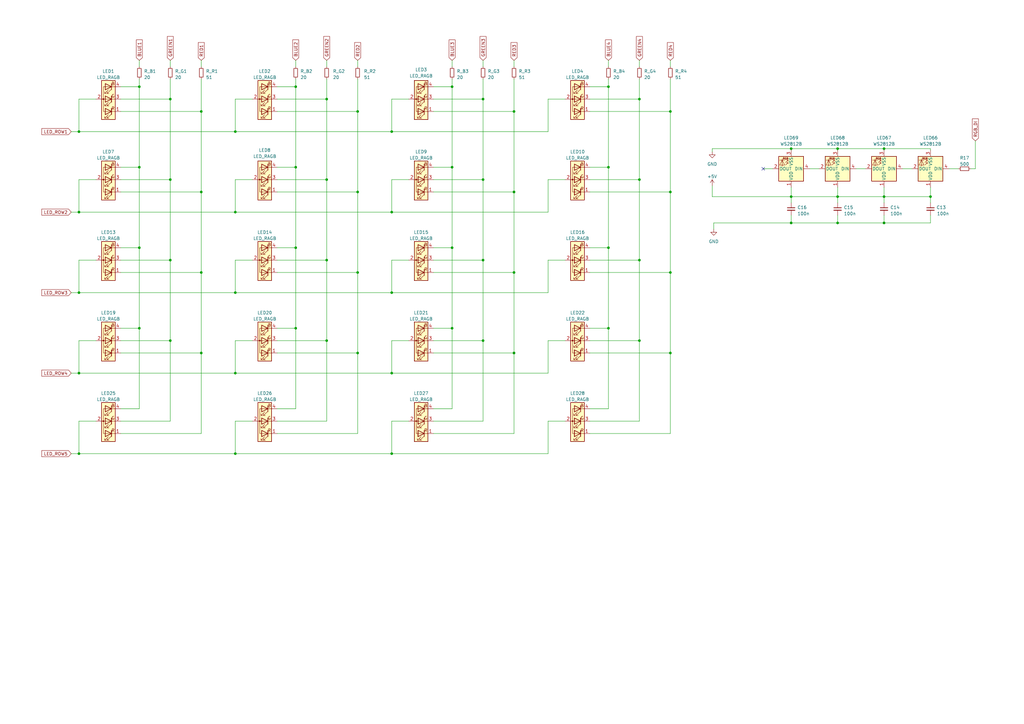
<source format=kicad_sch>
(kicad_sch (version 20230121) (generator eeschema)
  (paper "A3")
  (lib_symbols
    (symbol "Device:C_Small" (pin_numbers hide) (pin_names (offset 0.254) hide)
      (property "Reference" "C" (at 0.254 1.778 0))
      (property "Value" "C_Small" (at 0.254 -2.032 0))
      (symbol "C_Small_0_1"
        (polyline (pts (xy -1.524 -0.508) (xy 1.524 -0.508)) (stroke (width 0.3302)))
        (polyline (pts (xy -1.524 0.508) (xy 1.524 0.508)) (stroke (width 0.3048)))
      )
      (symbol "C_Small_1_1"
        (pin passive line (at 0 2.54 270) (length 2.032) (name "~") (number "1"))
        (pin passive line (at 0 -2.54 90) (length 2.032) (name "~") (number "2"))
      )
    )
    (symbol "Device:LED_RAGB" (pin_names (offset 0) hide)
      (property "Reference" "D" (at 0 9.398 0))
      (property "Value" "LED_RAGB" (at 0 -8.89 0))
      (symbol "LED_RAGB_0_0"
        (text "B" (at -1.905 -6.35 0) (effects (font (size 1.27 1.27))))
        (text "G" (at -1.905 -1.27 0) (effects (font (size 1.27 1.27))))
        (text "R" (at -1.905 3.81 0) (effects (font (size 1.27 1.27))))
      )
      (symbol "LED_RAGB_0_1"
        (polyline (pts (xy -1.27 -5.08) (xy -2.54 -5.08)))
        (polyline (pts (xy -1.27 -5.08) (xy 1.27 -5.08)))
        (polyline (pts (xy -1.27 -3.81) (xy -1.27 -6.35)) (stroke (width 0.254)))
        (polyline (pts (xy -1.27 0) (xy -2.54 0)))
        (polyline (pts (xy -1.27 1.27) (xy -1.27 -1.27)) (stroke (width 0.254)))
        (polyline (pts (xy -1.27 5.08) (xy -2.54 5.08)))
        (polyline (pts (xy -1.27 5.08) (xy 1.27 5.08)))
        (polyline (pts (xy -1.27 6.35) (xy -1.27 3.81)) (stroke (width 0.254)))
        (polyline (pts (xy 1.27 0) (xy -1.27 0)))
        (polyline (pts (xy 1.27 0) (xy 2.54 0)))
        (polyline (pts (xy -1.27 1.27) (xy -1.27 -1.27) (xy -1.27 -1.27)))
        (polyline (pts (xy -1.27 6.35) (xy -1.27 3.81) (xy -1.27 3.81)))
        (polyline (pts (xy 1.27 -5.08) (xy 2.032 -5.08) (xy 2.032 5.08) (xy 1.27 5.08)))
        (polyline (pts (xy 1.27 -3.81) (xy 1.27 -6.35) (xy -1.27 -5.08) (xy 1.27 -3.81)) (stroke (width 0.254)))
        (polyline (pts (xy 1.27 1.27) (xy 1.27 -1.27) (xy -1.27 0) (xy 1.27 1.27)) (stroke (width 0.254)))
        (polyline (pts (xy 1.27 6.35) (xy 1.27 3.81) (xy -1.27 5.08) (xy 1.27 6.35)) (stroke (width 0.254)))
        (polyline (pts (xy -1.016 -3.81) (xy 0.508 -2.286) (xy -0.254 -2.286) (xy 0.508 -2.286) (xy 0.508 -3.048)))
        (polyline (pts (xy -1.016 1.27) (xy 0.508 2.794) (xy -0.254 2.794) (xy 0.508 2.794) (xy 0.508 2.032)))
        (polyline (pts (xy -1.016 6.35) (xy 0.508 7.874) (xy -0.254 7.874) (xy 0.508 7.874) (xy 0.508 7.112)))
        (polyline (pts (xy 0 -3.81) (xy 1.524 -2.286) (xy 0.762 -2.286) (xy 1.524 -2.286) (xy 1.524 -3.048)))
        (polyline (pts (xy 0 1.27) (xy 1.524 2.794) (xy 0.762 2.794) (xy 1.524 2.794) (xy 1.524 2.032)))
        (polyline (pts (xy 0 6.35) (xy 1.524 7.874) (xy 0.762 7.874) (xy 1.524 7.874) (xy 1.524 7.112)))
        (rectangle (start 1.27 -1.27) (end 1.27 1.27))
        (rectangle (start 1.27 1.27) (end 1.27 1.27))
        (rectangle (start 1.27 3.81) (end 1.27 6.35))
        (rectangle (start 1.27 6.35) (end 1.27 6.35))
        (circle (center 2.032 0) (radius 0.254) (fill (type outline)))
        (rectangle (start 2.794 8.382) (end -2.794 -7.62) (stroke (width 0.254)) (fill (type background)))
      )
      (symbol "LED_RAGB_1_1"
        (pin passive line (at -5.08 5.08 0) (length 2.54) (name "RK") (number "1"))
        (pin passive line (at 5.08 0 180) (length 2.54) (name "A") (number "2"))
        (pin passive line (at -5.08 0 0) (length 2.54) (name "GK") (number "3"))
        (pin passive line (at -5.08 -5.08 0) (length 2.54) (name "BK") (number "4"))
      )
    )
    (symbol "Device:R_Small" (pin_numbers hide) (pin_names (offset 0.254) hide)
      (property "Reference" "R" (at 0.762 0.508 0))
      (property "Value" "R_Small" (at 0.762 -1.016 0))
      (symbol "R_Small_0_1"
        (rectangle (start -0.762 1.778) (end 0.762 -1.778) (stroke (width 0.2032)))
      )
      (symbol "R_Small_1_1"
        (pin passive line (at 0 2.54 270) (length 0.762) (name "~") (number "1"))
        (pin passive line (at 0 -2.54 90) (length 0.762) (name "~") (number "2"))
      )
    )
    (symbol "LED:WS2812B" (pin_names (offset 0.254))
      (property "Reference" "D" (at 5.08 5.715 0))
      (property "Value" "WS2812B" (at 1.27 -5.715 0))
      (symbol "WS2812B_0_0"
        (text "RGB" (at 2.286 -4.191 0) (effects (font (size 0.762 0.762))))
      )
      (symbol "WS2812B_0_1"
        (polyline (pts (xy 1.27 -3.556) (xy 1.778 -3.556)))
        (polyline (pts (xy 1.27 -2.54) (xy 1.778 -2.54)))
        (polyline (pts (xy 4.699 -3.556) (xy 2.667 -3.556)))
        (polyline (pts (xy 2.286 -2.54) (xy 1.27 -3.556) (xy 1.27 -3.048)))
        (polyline (pts (xy 2.286 -1.524) (xy 1.27 -2.54) (xy 1.27 -2.032)))
        (polyline (pts (xy 3.683 -1.016) (xy 3.683 -3.556) (xy 3.683 -4.064)))
        (polyline (pts (xy 4.699 -1.524) (xy 2.667 -1.524) (xy 3.683 -3.556) (xy 4.699 -1.524)))
        (rectangle (start 5.08 5.08) (end -5.08 -5.08) (stroke (width 0.254)) (fill (type background)))
      )
      (symbol "WS2812B_1_1"
        (pin power_in line (at 0 7.62 270) (length 2.54) (name "VDD") (number "1"))
        (pin output line (at 7.62 0 180) (length 2.54) (name "DOUT") (number "2"))
        (pin power_in line (at 0 -7.62 90) (length 2.54) (name "VSS") (number "3"))
        (pin input line (at -7.62 0 0) (length 2.54) (name "DIN") (number "4"))
      )
    )
    (symbol "power:+5V" (power) (pin_names (offset 0))
      (property "Value" "+5V" (at 0 3.556 0))
      (symbol "+5V_0_1"
        (polyline (pts (xy -0.762 1.27) (xy 0 2.54)))
        (polyline (pts (xy 0 0) (xy 0 2.54)))
        (polyline (pts (xy 0 2.54) (xy 0.762 1.27)))
      )
      (symbol "+5V_1_1"
        (pin power_in line (at 0 0 90) (length 0) hide (name "+5V") (number "1"))
      )
    )
    (symbol "power:GND" (power) (pin_names (offset 0))
      (property "Value" "GND" (at 0 -3.81 0))
      (symbol "GND_0_1"
        (polyline (pts (xy 0 0) (xy 0 -1.27) (xy 1.27 -1.27) (xy 0 -2.54) (xy -1.27 -1.27) (xy 0 -1.27)))
      )
      (symbol "GND_1_1"
        (pin power_in line (at 0 0 270) (length 0) hide (name "GND") (number "1"))
      )
    )
  )
  (junction (at 210.82 45.72))
  (junction (at 274.955 45.72))
  (junction (at 160.655 186.055))
  (junction (at 249.555 35.56))
  (junction (at 343.535 91.44))
  (junction (at 210.82 78.74))
  (junction (at 146.685 111.76))
  (junction (at 160.655 153.035))
  (junction (at 262.255 40.64))
  (junction (at 57.15 101.6))
  (junction (at 160.655 53.975))
  (junction (at 133.985 139.7))
  (junction (at 69.85 40.64))
  (junction (at 185.42 134.62))
  (junction (at 121.285 35.56))
  (junction (at 210.82 144.78))
  (junction (at 324.485 91.44))
  (junction (at 96.52 120.015))
  (junction (at 32.385 120.015))
  (junction (at 249.555 101.6))
  (junction (at 121.285 101.6))
  (junction (at 96.52 153.035))
  (junction (at 249.555 68.58))
  (junction (at 160.655 120.015))
  (junction (at 146.685 144.78))
  (junction (at 133.985 106.68))
  (junction (at 133.985 73.66))
  (junction (at 274.955 78.74))
  (junction (at 198.12 40.64))
  (junction (at 133.985 40.64))
  (junction (at 185.42 68.58))
  (junction (at 32.385 86.995))
  (junction (at 198.12 139.7))
  (junction (at 69.85 106.68))
  (junction (at 32.385 186.055))
  (junction (at 57.15 68.58))
  (junction (at 362.585 60.96))
  (junction (at 262.255 139.7))
  (junction (at 82.55 78.74))
  (junction (at 381.635 80.645))
  (junction (at 32.385 153.035))
  (junction (at 249.555 134.62))
  (junction (at 69.85 73.66))
  (junction (at 343.535 60.96))
  (junction (at 362.585 80.645))
  (junction (at 324.485 80.645))
  (junction (at 185.42 101.6))
  (junction (at 82.55 111.76))
  (junction (at 57.15 35.56))
  (junction (at 69.85 139.7))
  (junction (at 274.955 144.78))
  (junction (at 96.52 186.055))
  (junction (at 324.485 60.96))
  (junction (at 82.55 45.72))
  (junction (at 160.655 86.995))
  (junction (at 198.12 73.66))
  (junction (at 57.15 134.62))
  (junction (at 121.285 68.58))
  (junction (at 32.385 53.975))
  (junction (at 343.535 80.645))
  (junction (at 121.285 134.62))
  (junction (at 262.255 73.66))
  (junction (at 146.685 45.72))
  (junction (at 274.955 111.76))
  (junction (at 362.585 91.44))
  (junction (at 198.12 106.68))
  (junction (at 262.255 106.68))
  (junction (at 210.82 111.76))
  (junction (at 96.52 86.995))
  (junction (at 185.42 35.56))
  (junction (at 146.685 78.74))
  (junction (at 82.55 144.78))
  (junction (at 96.52 53.975))
  (no_connect (at 313.055 69.215))
  (wire (pts (xy 39.37 40.64) (xy 32.385 40.64)))
  (wire (pts (xy 146.685 144.78) (xy 113.665 144.78)))
  (wire (pts (xy 121.285 101.6) (xy 113.665 101.6)))
  (wire (pts (xy 82.55 144.78) (xy 82.55 177.8)))
  (wire (pts (xy 210.82 78.74) (xy 177.8 78.74)))
  (wire (pts (xy 160.655 40.64) (xy 160.655 53.975)))
  (wire (pts (xy 146.685 45.72) (xy 146.685 78.74)))
  (wire (pts (xy 249.555 101.6) (xy 249.555 134.62)))
  (wire (pts (xy 210.82 45.72) (xy 177.8 45.72)))
  (wire (pts (xy 185.42 68.58) (xy 177.8 68.58)))
  (wire (pts (xy 32.385 139.7) (xy 32.385 153.035)))
  (wire (pts (xy 32.385 73.66) (xy 32.385 86.995)))
  (wire (pts (xy 146.685 78.74) (xy 146.685 111.76)))
  (wire (pts (xy 231.775 172.72) (xy 224.79 172.72)))
  (wire (pts (xy 32.385 172.72) (xy 32.385 186.055)))
  (wire (pts (xy 82.55 45.72) (xy 82.55 78.74)))
  (wire (pts (xy 146.685 111.76) (xy 113.665 111.76)))
  (wire (pts (xy 185.42 32.385) (xy 185.42 35.56)))
  (wire (pts (xy 57.15 101.6) (xy 57.15 134.62)))
  (wire (pts (xy 332.105 69.215) (xy 335.915 69.215)))
  (wire (pts (xy 57.15 68.58) (xy 57.15 101.6)))
  (wire (pts (xy 198.12 73.66) (xy 198.12 106.68)))
  (wire (pts (xy 121.285 101.6) (xy 121.285 134.62)))
  (wire (pts (xy 103.505 172.72) (xy 96.52 172.72)))
  (wire (pts (xy 198.12 172.72) (xy 177.8 172.72)))
  (wire (pts (xy 224.79 139.7) (xy 224.79 153.035)))
  (wire (pts (xy 292.1 60.96) (xy 324.485 60.96)))
  (wire (pts (xy 343.535 60.96) (xy 343.535 61.595)))
  (wire (pts (xy 82.55 111.76) (xy 49.53 111.76)))
  (wire (pts (xy 381.635 60.96) (xy 381.635 61.595)))
  (wire (pts (xy 103.505 139.7) (xy 96.52 139.7)))
  (wire (pts (xy 39.37 106.68) (xy 32.385 106.68)))
  (wire (pts (xy 146.685 45.72) (xy 113.665 45.72)))
  (wire (pts (xy 57.15 35.56) (xy 57.15 68.58)))
  (wire (pts (xy 198.12 139.7) (xy 198.12 172.72)))
  (wire (pts (xy 69.85 106.68) (xy 49.53 106.68)))
  (wire (pts (xy 210.82 45.72) (xy 210.82 78.74)))
  (wire (pts (xy 121.285 167.64) (xy 113.665 167.64)))
  (wire (pts (xy 381.635 80.645) (xy 381.635 83.185)))
  (wire (pts (xy 82.55 78.74) (xy 82.55 111.76)))
  (wire (pts (xy 121.285 68.58) (xy 121.285 101.6)))
  (wire (pts (xy 160.655 172.72) (xy 160.655 186.055)))
  (wire (pts (xy 57.15 167.64) (xy 49.53 167.64)))
  (wire (pts (xy 160.655 53.975) (xy 224.79 53.975)))
  (wire (pts (xy 160.655 139.7) (xy 160.655 153.035)))
  (wire (pts (xy 121.285 68.58) (xy 113.665 68.58)))
  (wire (pts (xy 249.555 35.56) (xy 249.555 68.58)))
  (wire (pts (xy 198.12 106.68) (xy 198.12 139.7)))
  (wire (pts (xy 262.255 24.765) (xy 262.255 27.305)))
  (wire (pts (xy 69.85 73.66) (xy 69.85 106.68)))
  (wire (pts (xy 231.775 73.66) (xy 224.79 73.66)))
  (wire (pts (xy 133.985 106.68) (xy 113.665 106.68)))
  (wire (pts (xy 96.52 139.7) (xy 96.52 153.035)))
  (wire (pts (xy 82.55 24.765) (xy 82.55 27.305)))
  (wire (pts (xy 343.535 80.645) (xy 343.535 83.185)))
  (wire (pts (xy 133.985 40.64) (xy 113.665 40.64)))
  (wire (pts (xy 39.37 139.7) (xy 32.385 139.7)))
  (wire (pts (xy 210.82 78.74) (xy 210.82 111.76)))
  (wire (pts (xy 96.52 153.035) (xy 160.655 153.035)))
  (wire (pts (xy 262.255 40.64) (xy 262.255 73.66)))
  (wire (pts (xy 198.12 32.385) (xy 198.12 40.64)))
  (wire (pts (xy 133.985 172.72) (xy 113.665 172.72)))
  (wire (pts (xy 198.12 139.7) (xy 177.8 139.7)))
  (wire (pts (xy 160.655 186.055) (xy 224.79 186.055)))
  (wire (pts (xy 121.285 134.62) (xy 121.285 167.64)))
  (wire (pts (xy 324.485 91.44) (xy 324.485 88.265)))
  (wire (pts (xy 121.285 35.56) (xy 113.665 35.56)))
  (wire (pts (xy 210.82 32.385) (xy 210.82 45.72)))
  (wire (pts (xy 343.535 80.645) (xy 362.585 80.645)))
  (wire (pts (xy 133.985 73.66) (xy 113.665 73.66)))
  (wire (pts (xy 231.775 106.68) (xy 224.79 106.68)))
  (wire (pts (xy 274.955 144.78) (xy 274.955 177.8)))
  (wire (pts (xy 121.285 134.62) (xy 113.665 134.62)))
  (wire (pts (xy 210.82 144.78) (xy 177.8 144.78)))
  (wire (pts (xy 262.255 139.7) (xy 241.935 139.7)))
  (wire (pts (xy 146.685 144.78) (xy 146.685 177.8)))
  (wire (pts (xy 103.505 73.66) (xy 96.52 73.66)))
  (wire (pts (xy 69.85 40.64) (xy 69.85 73.66)))
  (wire (pts (xy 198.12 40.64) (xy 177.8 40.64)))
  (wire (pts (xy 82.55 177.8) (xy 49.53 177.8)))
  (wire (pts (xy 69.85 139.7) (xy 49.53 139.7)))
  (wire (pts (xy 57.15 35.56) (xy 49.53 35.56)))
  (wire (pts (xy 362.585 60.96) (xy 362.585 61.595)))
  (wire (pts (xy 249.555 101.6) (xy 241.935 101.6)))
  (wire (pts (xy 274.955 45.72) (xy 274.955 78.74)))
  (wire (pts (xy 210.82 111.76) (xy 210.82 144.78)))
  (wire (pts (xy 160.655 86.995) (xy 224.79 86.995)))
  (wire (pts (xy 262.255 32.385) (xy 262.255 40.64)))
  (wire (pts (xy 32.385 120.015) (xy 96.52 120.015)))
  (wire (pts (xy 167.64 172.72) (xy 160.655 172.72)))
  (wire (pts (xy 39.37 172.72) (xy 32.385 172.72)))
  (wire (pts (xy 82.55 111.76) (xy 82.55 144.78)))
  (wire (pts (xy 96.52 172.72) (xy 96.52 186.055)))
  (wire (pts (xy 274.955 78.74) (xy 241.935 78.74)))
  (wire (pts (xy 343.535 91.44) (xy 343.535 88.265)))
  (wire (pts (xy 210.82 111.76) (xy 177.8 111.76)))
  (wire (pts (xy 224.79 73.66) (xy 224.79 86.995)))
  (wire (pts (xy 249.555 68.58) (xy 241.935 68.58)))
  (wire (pts (xy 69.85 106.68) (xy 69.85 139.7)))
  (wire (pts (xy 249.555 24.765) (xy 249.555 27.305)))
  (wire (pts (xy 292.735 91.44) (xy 324.485 91.44)))
  (wire (pts (xy 313.055 69.215) (xy 316.865 69.215)))
  (wire (pts (xy 32.385 53.975) (xy 96.52 53.975)))
  (wire (pts (xy 362.585 80.645) (xy 381.635 80.645)))
  (wire (pts (xy 362.585 76.835) (xy 362.585 80.645)))
  (wire (pts (xy 324.485 60.96) (xy 343.535 60.96)))
  (wire (pts (xy 231.775 139.7) (xy 224.79 139.7)))
  (wire (pts (xy 29.21 186.055) (xy 32.385 186.055)))
  (wire (pts (xy 262.255 40.64) (xy 241.935 40.64)))
  (wire (pts (xy 103.505 106.68) (xy 96.52 106.68)))
  (wire (pts (xy 185.42 134.62) (xy 185.42 167.64)))
  (wire (pts (xy 133.985 40.64) (xy 133.985 73.66)))
  (wire (pts (xy 185.42 167.64) (xy 177.8 167.64)))
  (wire (pts (xy 29.21 153.035) (xy 32.385 153.035)))
  (wire (pts (xy 146.685 78.74) (xy 113.665 78.74)))
  (wire (pts (xy 185.42 35.56) (xy 177.8 35.56)))
  (wire (pts (xy 32.385 186.055) (xy 96.52 186.055)))
  (wire (pts (xy 96.52 120.015) (xy 160.655 120.015)))
  (wire (pts (xy 57.15 101.6) (xy 49.53 101.6)))
  (wire (pts (xy 121.285 35.56) (xy 121.285 68.58)))
  (wire (pts (xy 69.85 40.64) (xy 49.53 40.64)))
  (wire (pts (xy 210.82 177.8) (xy 177.8 177.8)))
  (wire (pts (xy 362.585 80.645) (xy 362.585 83.185)))
  (wire (pts (xy 224.79 172.72) (xy 224.79 186.055)))
  (wire (pts (xy 198.12 40.64) (xy 198.12 73.66)))
  (wire (pts (xy 324.485 80.645) (xy 343.535 80.645)))
  (wire (pts (xy 96.52 40.64) (xy 96.52 53.975)))
  (wire (pts (xy 82.55 78.74) (xy 49.53 78.74)))
  (wire (pts (xy 262.255 139.7) (xy 262.255 172.72)))
  (wire (pts (xy 69.85 24.765) (xy 69.85 27.305)))
  (wire (pts (xy 362.585 91.44) (xy 381.635 91.44)))
  (wire (pts (xy 133.985 106.68) (xy 133.985 139.7)))
  (wire (pts (xy 167.64 40.64) (xy 160.655 40.64)))
  (wire (pts (xy 167.64 106.68) (xy 160.655 106.68)))
  (wire (pts (xy 362.585 60.96) (xy 381.635 60.96)))
  (wire (pts (xy 324.485 60.96) (xy 324.485 61.595)))
  (wire (pts (xy 274.955 45.72) (xy 241.935 45.72)))
  (wire (pts (xy 343.535 76.835) (xy 343.535 80.645)))
  (wire (pts (xy 343.535 91.44) (xy 362.585 91.44)))
  (wire (pts (xy 224.79 106.68) (xy 224.79 120.015)))
  (wire (pts (xy 160.655 106.68) (xy 160.655 120.015)))
  (wire (pts (xy 146.685 24.765) (xy 146.685 27.305)))
  (wire (pts (xy 274.955 111.76) (xy 274.955 144.78)))
  (wire (pts (xy 389.255 69.215) (xy 393.065 69.215)))
  (wire (pts (xy 69.85 139.7) (xy 69.85 172.72)))
  (wire (pts (xy 324.485 80.645) (xy 324.485 83.185)))
  (wire (pts (xy 274.955 144.78) (xy 241.935 144.78)))
  (wire (pts (xy 29.21 120.015) (xy 32.385 120.015)))
  (wire (pts (xy 82.55 144.78) (xy 49.53 144.78)))
  (wire (pts (xy 103.505 40.64) (xy 96.52 40.64)))
  (wire (pts (xy 133.985 139.7) (xy 133.985 172.72)))
  (wire (pts (xy 32.385 106.68) (xy 32.385 120.015)))
  (wire (pts (xy 262.255 106.68) (xy 241.935 106.68)))
  (wire (pts (xy 185.42 24.765) (xy 185.42 27.305)))
  (wire (pts (xy 185.42 101.6) (xy 177.8 101.6)))
  (wire (pts (xy 249.555 134.62) (xy 241.935 134.62)))
  (wire (pts (xy 57.15 134.62) (xy 49.53 134.62)))
  (wire (pts (xy 224.79 40.64) (xy 224.79 53.975)))
  (wire (pts (xy 292.735 91.44) (xy 292.735 93.98)))
  (wire (pts (xy 82.55 45.72) (xy 49.53 45.72)))
  (wire (pts (xy 262.255 106.68) (xy 262.255 139.7)))
  (wire (pts (xy 133.985 32.385) (xy 133.985 40.64)))
  (wire (pts (xy 400.05 57.785) (xy 400.05 69.215)))
  (wire (pts (xy 198.12 24.765) (xy 198.12 27.305)))
  (wire (pts (xy 96.52 186.055) (xy 160.655 186.055)))
  (wire (pts (xy 198.12 73.66) (xy 177.8 73.66)))
  (wire (pts (xy 351.155 69.215) (xy 354.965 69.215)))
  (wire (pts (xy 160.655 120.015) (xy 224.79 120.015)))
  (wire (pts (xy 69.85 73.66) (xy 49.53 73.66)))
  (wire (pts (xy 249.555 32.385) (xy 249.555 35.56)))
  (wire (pts (xy 133.985 139.7) (xy 113.665 139.7)))
  (wire (pts (xy 167.64 139.7) (xy 160.655 139.7)))
  (wire (pts (xy 57.15 24.765) (xy 57.15 27.305)))
  (wire (pts (xy 292.1 80.645) (xy 324.485 80.645)))
  (wire (pts (xy 39.37 73.66) (xy 32.385 73.66)))
  (wire (pts (xy 32.385 153.035) (xy 96.52 153.035)))
  (wire (pts (xy 146.685 177.8) (xy 113.665 177.8)))
  (wire (pts (xy 146.685 111.76) (xy 146.685 144.78)))
  (wire (pts (xy 249.555 68.58) (xy 249.555 101.6)))
  (wire (pts (xy 249.555 167.64) (xy 241.935 167.64)))
  (wire (pts (xy 262.255 73.66) (xy 241.935 73.66)))
  (wire (pts (xy 57.15 134.62) (xy 57.15 167.64)))
  (wire (pts (xy 274.955 111.76) (xy 241.935 111.76)))
  (wire (pts (xy 400.05 69.215) (xy 398.145 69.215)))
  (wire (pts (xy 262.255 172.72) (xy 241.935 172.72)))
  (wire (pts (xy 185.42 101.6) (xy 185.42 134.62)))
  (wire (pts (xy 185.42 68.58) (xy 185.42 101.6)))
  (wire (pts (xy 274.955 24.765) (xy 274.955 27.305)))
  (wire (pts (xy 96.52 53.975) (xy 160.655 53.975)))
  (wire (pts (xy 69.85 172.72) (xy 49.53 172.72)))
  (wire (pts (xy 32.385 86.995) (xy 96.52 86.995)))
  (wire (pts (xy 274.955 32.385) (xy 274.955 45.72)))
  (wire (pts (xy 210.82 144.78) (xy 210.82 177.8)))
  (wire (pts (xy 121.285 32.385) (xy 121.285 35.56)))
  (wire (pts (xy 32.385 40.64) (xy 32.385 53.975)))
  (wire (pts (xy 96.52 73.66) (xy 96.52 86.995)))
  (wire (pts (xy 343.535 60.96) (xy 362.585 60.96)))
  (wire (pts (xy 160.655 153.035) (xy 224.79 153.035)))
  (wire (pts (xy 82.55 32.385) (xy 82.55 45.72)))
  (wire (pts (xy 249.555 134.62) (xy 249.555 167.64)))
  (wire (pts (xy 29.21 86.995) (xy 32.385 86.995)))
  (wire (pts (xy 57.15 32.385) (xy 57.15 35.56)))
  (wire (pts (xy 121.285 24.765) (xy 121.285 27.305)))
  (wire (pts (xy 324.485 76.835) (xy 324.485 80.645)))
  (wire (pts (xy 262.255 73.66) (xy 262.255 106.68)))
  (wire (pts (xy 274.955 177.8) (xy 241.935 177.8)))
  (wire (pts (xy 69.85 32.385) (xy 69.85 40.64)))
  (wire (pts (xy 160.655 73.66) (xy 160.655 86.995)))
  (wire (pts (xy 231.775 40.64) (xy 224.79 40.64)))
  (wire (pts (xy 185.42 134.62) (xy 177.8 134.62)))
  (wire (pts (xy 185.42 35.56) (xy 185.42 68.58)))
  (wire (pts (xy 249.555 35.56) (xy 241.935 35.56)))
  (wire (pts (xy 198.12 106.68) (xy 177.8 106.68)))
  (wire (pts (xy 96.52 106.68) (xy 96.52 120.015)))
  (wire (pts (xy 210.82 24.765) (xy 210.82 27.305)))
  (wire (pts (xy 381.635 76.835) (xy 381.635 80.645)))
  (wire (pts (xy 167.64 73.66) (xy 160.655 73.66)))
  (wire (pts (xy 381.635 91.44) (xy 381.635 88.265)))
  (wire (pts (xy 133.985 24.765) (xy 133.985 27.305)))
  (wire (pts (xy 133.985 73.66) (xy 133.985 106.68)))
  (wire (pts (xy 96.52 86.995) (xy 160.655 86.995)))
  (wire (pts (xy 292.1 76.2) (xy 292.1 80.645)))
  (wire (pts (xy 362.585 91.44) (xy 362.585 88.265)))
  (wire (pts (xy 292.1 60.96) (xy 292.1 62.23)))
  (wire (pts (xy 370.205 69.215) (xy 374.015 69.215)))
  (wire (pts (xy 274.955 78.74) (xy 274.955 111.76)))
  (wire (pts (xy 29.21 53.975) (xy 32.385 53.975)))
  (wire (pts (xy 57.15 68.58) (xy 49.53 68.58)))
  (wire (pts (xy 146.685 32.385) (xy 146.685 45.72)))
  (wire (pts (xy 324.485 91.44) (xy 343.535 91.44)))
  (global_label "BLUE2" (shape input) (at 121.285 24.765 90) (property "Intersheetrefs" "${INTERSHEET_REFS}" (effects hide)))
  (global_label "LED_ROW1" (shape input) (at 29.21 53.975 180) (property "Intersheetrefs" "${INTERSHEET_REFS}" (effects hide)))
  (global_label "LED_ROW4" (shape input) (at 29.21 153.035 180) (property "Intersheetrefs" "${INTERSHEET_REFS}" (effects hide)))
  (global_label "GREEN4" (shape input) (at 262.255 24.765 90) (property "Intersheetrefs" "${INTERSHEET_REFS}" (effects hide)))
  (global_label "RED1" (shape input) (at 82.55 24.765 90) (property "Intersheetrefs" "${INTERSHEET_REFS}" (effects hide)))
  (global_label "RED2" (shape input) (at 146.685 24.765 90) (property "Intersheetrefs" "${INTERSHEET_REFS}" (effects hide)))
  (global_label "LED_ROW2" (shape input) (at 29.21 86.995 180) (property "Intersheetrefs" "${INTERSHEET_REFS}" (effects hide)))
  (global_label "BLUE1" (shape input) (at 57.15 24.765 90) (property "Intersheetrefs" "${INTERSHEET_REFS}" (effects hide)))
  (global_label "BLUE3" (shape input) (at 185.42 24.765 90) (property "Intersheetrefs" "${INTERSHEET_REFS}" (effects hide)))
  (global_label "BLUE4" (shape input) (at 249.555 24.765 90) (property "Intersheetrefs" "${INTERSHEET_REFS}" (effects hide)))
  (global_label "LED_ROW3" (shape input) (at 29.21 120.015 180) (property "Intersheetrefs" "${INTERSHEET_REFS}" (effects hide)))
  (global_label "GREEN2" (shape input) (at 133.985 24.765 90) (property "Intersheetrefs" "${INTERSHEET_REFS}" (effects hide)))
  (global_label "RED3" (shape input) (at 210.82 24.765 90) (property "Intersheetrefs" "${INTERSHEET_REFS}" (effects hide)))
  (global_label "GREEN1" (shape input) (at 69.85 24.765 90) (property "Intersheetrefs" "${INTERSHEET_REFS}" (effects hide)))
  (global_label "RED4" (shape input) (at 274.955 24.765 90) (property "Intersheetrefs" "${INTERSHEET_REFS}" (effects hide)))
  (global_label "RGB_DI" (shape input) (at 400.05 57.785 90) (property "Intersheetrefs" "${INTERSHEET_REFS}" (effects hide)))
  (global_label "LED_ROW5" (shape input) (at 29.21 186.055 180) (property "Intersheetrefs" "${INTERSHEET_REFS}" (effects hide)))
  (global_label "GREEN3" (shape input) (at 198.12 24.765 90) (property "Intersheetrefs" "${INTERSHEET_REFS}" (effects hide)))
  (symbol (lib_id "Device:LED_RAGB") (at 236.855 73.66 180) (unit 1)
    (property "Reference" "LED10" (at 236.855 62.23 0))
    (property "Value" "LED_RAGB" (at 236.855 64.77 0))
    (property "Footprint" "E6CC1205RGBC3UDA:LED__RBG_1206_3216Metric_ReverseMount_Hole2.2x2.2mm" (effects hide))
    (instances (project "rp2040_split_main" (path "" (reference "LED10") (unit 1))) (project "rp2040_split_numpad" (path "" (reference "LED42") (unit 1))))
  )
  (symbol (lib_id "Device:R_Small") (at 133.985 29.845 0) (unit 1)
    (property "Reference" "R_G2" (at 136.525 29.21 0) (effects (justify left)))
    (property "Value" "20" (at 136.525 31.75 0) (effects (justify left)))
    (property "Footprint" "Resistor_SMD:R_0805_2012Metric_Pad1.20x1.40mm_HandSolder" (effects hide))
  )
  (symbol (lib_id "Device:LED_RAGB") (at 44.45 73.66 180) (unit 1)
    (property "Reference" "LED7" (at 44.45 62.23 0))
    (property "Value" "LED_RAGB" (at 44.45 64.77 0))
    (property "Footprint" "E6CC1205RGBC3UDA:LED__RBG_1206_3216Metric_ReverseMount_Hole2.2x2.2mm" (effects hide))
    (instances (project "rp2040_split_main" (path "" (reference "LED7") (unit 1))) (project "rp2040_split_numpad" (path "" (reference "LED12") (unit 1))))
  )
  (symbol (lib_id "Device:R_Small") (at 121.285 29.845 0) (unit 1)
    (property "Reference" "R_B2" (at 123.19 29.21 0) (effects (justify left)))
    (property "Value" "20" (at 123.19 31.75 0) (effects (justify left)))
    (property "Footprint" "Resistor_SMD:R_0805_2012Metric_Pad1.20x1.40mm_HandSolder" (effects hide))
  )
  (symbol (lib_id "LED:WS2812B") (at 343.535 69.215 180) (unit 1)
    (property "Reference" "LED68" (at 343.535 56.515 0))
    (property "Value" "WS2812B" (at 343.535 59.055 0))
    (property "Footprint" "LED_SMD:LED_WS2812B_PLCC4_5.0x5.0mm_P3.2mm" (effects hide))
    (property "Datasheet" "https://cdn-shop.adafruit.com/datasheets/WS2812B.pdf" (effects hide))
  )
  (symbol (lib_id "Device:LED_RAGB") (at 236.855 40.64 180) (unit 1)
    (property "Reference" "LED4" (at 236.855 29.21 0))
    (property "Value" "LED_RAGB" (at 236.855 31.75 0))
    (property "Footprint" "E6CC1205RGBC3UDA:LED__RBG_1206_3216Metric_ReverseMount_Hole2.2x2.2mm" (effects hide))
    (instances (project "rp2040_split_main" (path "" (reference "LED4") (unit 1))) (project "rp2040_split_numpad" (path "" (reference "LED41") (unit 1))))
  )
  (symbol (lib_id "LED:WS2812B") (at 381.635 69.215 180) (unit 1)
    (property "Reference" "LED66" (at 381.635 56.515 0))
    (property "Value" "WS2812B" (at 381.635 59.055 0))
    (property "Footprint" "LED_SMD:LED_WS2812B_PLCC4_5.0x5.0mm_P3.2mm" (effects hide))
    (property "Datasheet" "https://cdn-shop.adafruit.com/datasheets/WS2812B.pdf" (effects hide))
  )
  (symbol (lib_id "Device:R_Small") (at 57.15 29.845 0) (unit 1)
    (property "Reference" "R_B1" (at 59.055 29.21 0) (effects (justify left)))
    (property "Value" "20" (at 59.055 31.75 0) (effects (justify left)))
    (property "Footprint" "Resistor_SMD:R_0805_2012Metric_Pad1.20x1.40mm_HandSolder" (effects hide))
  )
  (symbol (lib_id "Device:LED_RAGB") (at 172.72 139.7 180) (unit 1)
    (property "Reference" "LED21" (at 172.72 128.27 0))
    (property "Value" "LED_RAGB" (at 172.72 130.81 0))
    (property "Footprint" "E6CC1205RGBC3UDA:LED__RBG_1206_3216Metric_ReverseMount_Hole2.2x2.2mm" (effects hide))
    (instances (project "rp2040_split_main" (path "" (reference "LED21") (unit 1))) (project "rp2040_split_numpad" (path "" (reference "LED34") (unit 1))))
  )
  (symbol (lib_id "Device:R_Small") (at 395.605 69.215 90) (unit 1)
    (property "Reference" "R17" (at 395.605 64.77 90))
    (property "Value" "500" (at 395.605 67.31 90))
    (property "Footprint" "Resistor_SMD:R_0805_2012Metric_Pad1.20x1.40mm_HandSolder" (effects hide))
  )
  (symbol (lib_id "Device:C_Small") (at 324.485 85.725 0) (mirror y) (unit 1)
    (property "Reference" "C16" (at 327.025 85.0963 0) (effects (justify right)))
    (property "Value" "100n" (at 327.025 87.6363 0) (effects (justify right)))
    (property "Footprint" "Capacitor_SMD:C_0805_2012Metric_Pad1.18x1.45mm_HandSolder" (effects hide))
  )
  (symbol (lib_id "LED:WS2812B") (at 324.485 69.215 180) (unit 1)
    (property "Reference" "LED69" (at 324.485 56.515 0))
    (property "Value" "WS2812B" (at 324.485 59.055 0))
    (property "Footprint" "LED_SMD:LED_WS2812B_PLCC4_5.0x5.0mm_P3.2mm" (effects hide))
    (property "Datasheet" "https://cdn-shop.adafruit.com/datasheets/WS2812B.pdf" (effects hide))
  )
  (symbol (lib_id "Device:LED_RAGB") (at 108.585 73.66 180) (unit 1)
    (property "Reference" "LED8" (at 108.585 61.595 0))
    (property "Value" "LED_RAGB" (at 108.585 64.135 0))
    (property "Footprint" "E6CC1205RGBC3UDA:LED__RBG_1206_3216Metric_ReverseMount_Hole2.2x2.2mm" (effects hide))
    (instances (project "rp2040_split_main" (path "" (reference "LED8") (unit 1))) (project "rp2040_split_numpad" (path "" (reference "LED22") (unit 1))))
  )
  (symbol (lib_id "Device:LED_RAGB") (at 172.72 106.68 180) (unit 1)
    (property "Reference" "LED15" (at 172.72 95.25 0))
    (property "Value" "LED_RAGB" (at 172.72 97.79 0))
    (property "Footprint" "E6CC1205RGBC3UDA:LED__RBG_1206_3216Metric_ReverseMount_Hole2.2x2.2mm" (effects hide))
    (instances (project "rp2040_split_main" (path "" (reference "LED15") (unit 1))) (project "rp2040_split_numpad" (path "" (reference "LED33") (unit 1))))
  )
  (symbol (lib_id "Device:R_Small") (at 210.82 29.845 0) (unit 1)
    (property "Reference" "R_R3" (at 212.725 29.21 0) (effects (justify left)))
    (property "Value" "51" (at 212.725 31.75 0) (effects (justify left)))
    (property "Footprint" "Resistor_SMD:R_0805_2012Metric_Pad1.20x1.40mm_HandSolder" (effects hide))
  )
  (symbol (lib_id "Device:R_Small") (at 69.85 29.845 0) (unit 1)
    (property "Reference" "R_G1" (at 71.755 29.21 0) (effects (justify left)))
    (property "Value" "20" (at 71.755 31.75 0) (effects (justify left)))
    (property "Footprint" "Resistor_SMD:R_0805_2012Metric_Pad1.20x1.40mm_HandSolder" (effects hide))
  )
  (symbol (lib_id "Device:C_Small") (at 362.585 85.725 0) (mirror y) (unit 1)
    (property "Reference" "C14" (at 365.125 85.0963 0) (effects (justify right)))
    (property "Value" "100n" (at 365.125 87.6363 0) (effects (justify right)))
    (property "Footprint" "Capacitor_SMD:C_0805_2012Metric_Pad1.18x1.45mm_HandSolder" (effects hide))
  )
  (symbol (lib_id "Device:R_Small") (at 146.685 29.845 0) (unit 1)
    (property "Reference" "R_R2" (at 149.225 29.21 0) (effects (justify left)))
    (property "Value" "51" (at 149.225 31.75 0) (effects (justify left)))
    (property "Footprint" "Resistor_SMD:R_0805_2012Metric_Pad1.20x1.40mm_HandSolder" (effects hide))
  )
  (symbol (lib_id "Device:R_Small") (at 185.42 29.845 0) (unit 1)
    (property "Reference" "R_B3" (at 187.325 29.21 0) (effects (justify left)))
    (property "Value" "20" (at 187.325 31.75 0) (effects (justify left)))
    (property "Footprint" "Resistor_SMD:R_0805_2012Metric_Pad1.20x1.40mm_HandSolder" (effects hide))
  )
  (symbol (lib_id "power:+5V") (at 292.1 76.2 0) (unit 1)
    (property "Reference" "#PWR055" (effects hide))
    (property "Value" "+5V" (at 292.1 72.39 0))
  )
  (symbol (lib_id "Device:LED_RAGB") (at 44.45 172.72 180) (unit 1)
    (property "Reference" "LED25" (at 44.45 161.29 0))
    (property "Value" "LED_RAGB" (at 44.45 163.83 0))
    (property "Footprint" "E6CC1205RGBC3UDA:LED__RBG_1206_3216Metric_ReverseMount_Hole2.2x2.2mm" (effects hide))
    (instances (project "rp2040_split_main" (path "" (reference "LED25") (unit 1))) (project "rp2040_split_numpad" (path "" (reference "LED15") (unit 1))))
  )
  (symbol (lib_id "Device:LED_RAGB") (at 108.585 40.64 180) (unit 1)
    (property "Reference" "LED2" (at 108.585 29.21 0))
    (property "Value" "LED_RAGB" (at 108.585 31.75 0))
    (property "Footprint" "E6CC1205RGBC3UDA:LED__RBG_1206_3216Metric_ReverseMount_Hole2.2x2.2mm" (effects hide))
    (instances (project "rp2040_split_main" (path "" (reference "LED2") (unit 1))) (project "rp2040_split_numpad" (path "" (reference "LED21") (unit 1))))
  )
  (symbol (lib_id "Device:R_Small") (at 198.12 29.845 0) (unit 1)
    (property "Reference" "R_G3" (at 200.025 29.21 0) (effects (justify left)))
    (property "Value" "20" (at 200.025 31.75 0) (effects (justify left)))
    (property "Footprint" "Resistor_SMD:R_0805_2012Metric_Pad1.20x1.40mm_HandSolder" (effects hide))
  )
  (symbol (lib_id "Device:R_Small") (at 262.255 29.845 0) (unit 1)
    (property "Reference" "R_G4" (at 264.16 29.21 0) (effects (justify left)))
    (property "Value" "20" (at 264.16 31.75 0) (effects (justify left)))
    (property "Footprint" "Resistor_SMD:R_0805_2012Metric_Pad1.20x1.40mm_HandSolder" (effects hide))
  )
  (symbol (lib_id "Device:R_Small") (at 274.955 29.845 0) (unit 1)
    (property "Reference" "R_R4" (at 276.86 29.21 0) (effects (justify left)))
    (property "Value" "51" (at 276.86 31.75 0) (effects (justify left)))
    (property "Footprint" "Resistor_SMD:R_0805_2012Metric_Pad1.20x1.40mm_HandSolder" (effects hide))
  )
  (symbol (lib_id "Device:LED_RAGB") (at 236.855 139.7 180) (unit 1)
    (property "Reference" "LED22" (at 236.855 128.27 0))
    (property "Value" "LED_RAGB" (at 236.855 130.81 0))
    (property "Footprint" "E6CC1205RGBC3UDA:LED__RBG_1206_3216Metric_ReverseMount_Hole2.2x2.2mm" (effects hide))
    (instances (project "rp2040_split_main" (path "" (reference "LED22") (unit 1))) (project "rp2040_split_numpad" (path "" (reference "LED44") (unit 1))))
  )
  (symbol (lib_id "Device:LED_RAGB") (at 44.45 40.64 180) (unit 1)
    (property "Reference" "LED1" (at 44.45 29.21 0))
    (property "Value" "LED_RAGB" (at 44.45 31.75 0))
    (property "Footprint" "E6CC1205RGBC3UDA:LED__RBG_1206_3216Metric_ReverseMount_Hole2.2x2.2mm" (effects hide))
    (instances (project "rp2040_split_main" (path "" (reference "LED1") (unit 1))) (project "rp2040_split_numpad" (path "" (reference "LED11") (unit 1))))
  )
  (symbol (lib_id "Device:LED_RAGB") (at 236.855 172.72 180) (unit 1)
    (property "Reference" "LED28" (at 236.855 161.29 0))
    (property "Value" "LED_RAGB" (at 236.855 163.83 0))
    (property "Footprint" "E6CC1205RGBC3UDA:LED__RBG_1206_3216Metric_ReverseMount_Hole2.2x2.2mm" (effects hide))
    (instances (project "rp2040_split_main" (path "" (reference "LED28") (unit 1))) (project "rp2040_split_numpad" (path "" (reference "LED45") (unit 1))))
  )
  (symbol (lib_id "Device:LED_RAGB") (at 44.45 139.7 180) (unit 1)
    (property "Reference" "LED19" (at 44.45 128.27 0))
    (property "Value" "LED_RAGB" (at 44.45 130.81 0))
    (property "Footprint" "E6CC1205RGBC3UDA:LED__RBG_1206_3216Metric_ReverseMount_Hole2.2x2.2mm" (effects hide))
    (instances (project "rp2040_split_main" (path "" (reference "LED19") (unit 1))) (project "rp2040_split_numpad" (path "" (reference "LED14") (unit 1))))
  )
  (symbol (lib_id "Device:LED_RAGB") (at 172.72 40.64 180) (unit 1)
    (property "Reference" "LED3" (at 172.72 28.575 0))
    (property "Value" "LED_RAGB" (at 172.72 31.115 0))
    (property "Footprint" "E6CC1205RGBC3UDA:LED__RBG_1206_3216Metric_ReverseMount_Hole2.2x2.2mm" (effects hide))
    (instances (project "rp2040_split_main" (path "" (reference "LED3") (unit 1))) (project "rp2040_split_numpad" (path "" (reference "LED31") (unit 1))))
  )
  (symbol (lib_id "Device:LED_RAGB") (at 108.585 172.72 180) (unit 1)
    (property "Reference" "LED26" (at 108.585 161.29 0))
    (property "Value" "LED_RAGB" (at 108.585 163.83 0))
    (property "Footprint" "E6CC1205RGBC3UDA:LED__RBG_1206_3216Metric_ReverseMount_Hole2.2x2.2mm" (effects hide))
    (instances (project "rp2040_split_main" (path "" (reference "LED26") (unit 1))) (project "rp2040_split_numpad" (path "" (reference "LED25") (unit 1))))
  )
  (symbol (lib_id "Device:C_Small") (at 343.535 85.725 0) (mirror y) (unit 1)
    (property "Reference" "C15" (at 346.075 85.0963 0) (effects (justify right)))
    (property "Value" "100n" (at 346.075 87.6363 0) (effects (justify right)))
    (property "Footprint" "Capacitor_SMD:C_0805_2012Metric_Pad1.18x1.45mm_HandSolder" (effects hide))
  )
  (symbol (lib_id "LED:WS2812B") (at 362.585 69.215 180) (unit 1)
    (property "Reference" "LED67" (at 362.585 56.515 0))
    (property "Value" "WS2812B" (at 362.585 59.055 0))
    (property "Footprint" "LED_SMD:LED_WS2812B_PLCC4_5.0x5.0mm_P3.2mm" (effects hide))
    (property "Datasheet" "https://cdn-shop.adafruit.com/datasheets/WS2812B.pdf" (effects hide))
  )
  (symbol (lib_id "Device:LED_RAGB") (at 108.585 139.7 180) (unit 1)
    (property "Reference" "LED20" (at 108.585 128.27 0))
    (property "Value" "LED_RAGB" (at 108.585 130.81 0))
    (property "Footprint" "E6CC1205RGBC3UDA:LED__RBG_1206_3216Metric_ReverseMount_Hole2.2x2.2mm" (effects hide))
    (instances (project "rp2040_split_main" (path "" (reference "LED20") (unit 1))) (project "rp2040_split_numpad" (path "" (reference "LED24") (unit 1))))
  )
  (symbol (lib_id "Device:C_Small") (at 381.635 85.725 0) (mirror y) (unit 1)
    (property "Reference" "C13" (at 387.985 85.09 0) (effects (justify left)))
    (property "Value" "100n" (at 389.255 87.63 0) (effects (justify left)))
    (property "Footprint" "Capacitor_SMD:C_0805_2012Metric_Pad1.18x1.45mm_HandSolder" (effects hide))
  )
  (symbol (lib_id "Device:LED_RAGB") (at 172.72 172.72 180) (unit 1)
    (property "Reference" "LED27" (at 172.72 161.29 0))
    (property "Value" "LED_RAGB" (at 172.72 163.83 0))
    (property "Footprint" "E6CC1205RGBC3UDA:LED__RBG_1206_3216Metric_ReverseMount_Hole2.2x2.2mm" (effects hide))
    (instances (project "rp2040_split_main" (path "" (reference "LED27") (unit 1))) (project "rp2040_split_numpad" (path "" (reference "LED35") (unit 1))))
  )
  (symbol (lib_id "Device:LED_RAGB") (at 44.45 106.68 180) (unit 1)
    (property "Reference" "LED13" (at 44.45 95.25 0))
    (property "Value" "LED_RAGB" (at 44.45 97.79 0))
    (property "Footprint" "E6CC1205RGBC3UDA:LED__RBG_1206_3216Metric_ReverseMount_Hole2.2x2.2mm" (effects hide))
  )
  (symbol (lib_id "power:GND") (at 292.735 93.98 0) (unit 1)
    (property "Reference" "#PWR058" (effects hide))
    (property "Value" "GND" (at 292.735 99.06 0))
  )
  (symbol (lib_id "power:GND") (at 292.1 62.23 0) (unit 1)
    (property "Reference" "#PWR054" (effects hide))
    (property "Value" "GND" (at 292.1 67.31 0))
  )
  (symbol (lib_id "Device:LED_RAGB") (at 172.72 73.66 180) (unit 1)
    (property "Reference" "LED9" (at 172.72 62.23 0))
    (property "Value" "LED_RAGB" (at 172.72 64.77 0))
    (property "Footprint" "E6CC1205RGBC3UDA:LED__RBG_1206_3216Metric_ReverseMount_Hole2.2x2.2mm" (effects hide))
    (instances (project "rp2040_split_main" (path "" (reference "LED9") (unit 1))) (project "rp2040_split_numpad" (path "" (reference "LED32") (unit 1))))
  )
  (symbol (lib_id "Device:R_Small") (at 82.55 29.845 0) (unit 1)
    (property "Reference" "R_R1" (at 84.455 29.21 0) (effects (justify left)))
    (property "Value" "51" (at 84.455 31.75 0) (effects (justify left)))
    (property "Footprint" "Resistor_SMD:R_0805_2012Metric_Pad1.20x1.40mm_HandSolder" (effects hide))
  )
  (symbol (lib_id "Device:LED_RAGB") (at 236.855 106.68 180) (unit 1)
    (property "Reference" "LED16" (at 236.855 95.25 0))
    (property "Value" "LED_RAGB" (at 236.855 97.79 0))
    (property "Footprint" "E6CC1205RGBC3UDA:LED__RBG_1206_3216Metric_ReverseMount_Hole2.2x2.2mm" (effects hide))
    (instances (project "rp2040_split_main" (path "" (reference "LED16") (unit 1))) (project "rp2040_split_numpad" (path "" (reference "LED43") (unit 1))))
  )
  (symbol (lib_id "Device:R_Small") (at 249.555 29.845 0) (unit 1)
    (property "Reference" "R_B4" (at 251.46 29.21 0) (effects (justify left)))
    (property "Value" "20" (at 251.46 31.75 0) (effects (justify left)))
    (property "Footprint" "Resistor_SMD:R_0805_2012Metric_Pad1.20x1.40mm_HandSolder" (effects hide))
  )
  (symbol (lib_id "Device:LED_RAGB") (at 108.585 106.68 180) (unit 1)
    (property "Reference" "LED14" (at 108.585 95.25 0))
    (property "Value" "LED_RAGB" (at 108.585 97.79 0))
    (property "Footprint" "E6CC1205RGBC3UDA:LED__RBG_1206_3216Metric_ReverseMount_Hole2.2x2.2mm" (effects hide))
    (instances (project "rp2040_split_main" (path "" (reference "LED14") (unit 1))) (project "rp2040_split_numpad" (path "" (reference "LED23") (unit 1))))
  )
)
</source>
